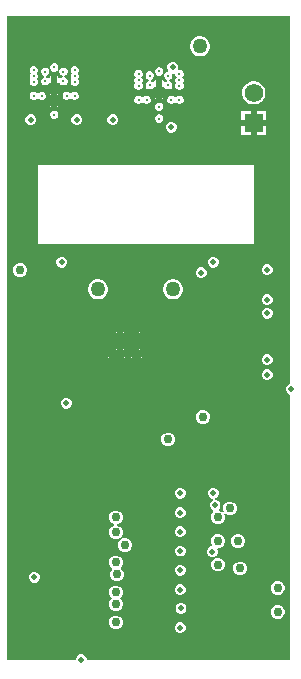
<source format=gbr>
G04*
G04 #@! TF.GenerationSoftware,Altium Limited,Altium Designer,24.9.1 (31)*
G04*
G04 Layer_Physical_Order=2*
G04 Layer_Color=36540*
%FSLAX25Y25*%
%MOIN*%
G70*
G04*
G04 #@! TF.SameCoordinates,0464F855-7F2B-49EB-A455-A8C15B23BB70*
G04*
G04*
G04 #@! TF.FilePolarity,Positive*
G04*
G01*
G75*
%ADD53C,0.01181*%
%ADD54R,0.06181X0.06181*%
%ADD55C,0.06181*%
%ADD64C,0.02953*%
%ADD65C,0.02000*%
%ADD66C,0.05000*%
%ADD67C,0.15748*%
G36*
X194187Y191982D02*
X194144D01*
X193488Y191710D01*
X192985Y191207D01*
X192713Y190550D01*
Y189839D01*
X192985Y189182D01*
X193488Y188679D01*
X194144Y188407D01*
X194187D01*
X194187Y99813D01*
X126287D01*
Y100356D01*
X126015Y101013D01*
X125513Y101515D01*
X124855Y101787D01*
X124144D01*
X123487Y101515D01*
X122985Y101013D01*
X122713Y100356D01*
Y99813D01*
X99813D01*
X99813Y314687D01*
X194187D01*
X194187Y191982D01*
D02*
G37*
%LPC*%
G36*
X164433Y307787D02*
X163567D01*
X162731Y307563D01*
X161981Y307131D01*
X161369Y306519D01*
X160937Y305769D01*
X160713Y304933D01*
Y304067D01*
X160937Y303231D01*
X161369Y302482D01*
X161981Y301869D01*
X162731Y301437D01*
X163567Y301213D01*
X164433D01*
X165269Y301437D01*
X166018Y301869D01*
X166631Y302482D01*
X167063Y303231D01*
X167287Y304067D01*
Y304933D01*
X167063Y305769D01*
X166631Y306519D01*
X166018Y307131D01*
X165269Y307563D01*
X164433Y307787D01*
D02*
G37*
G36*
X115774Y298847D02*
X115226D01*
X114719Y298637D01*
X114332Y298249D01*
X114122Y297743D01*
Y297194D01*
X114332Y296688D01*
X114719Y296300D01*
X115226Y296091D01*
X115774D01*
X116280Y296300D01*
X116668Y296688D01*
X116878Y297194D01*
Y297743D01*
X116668Y298249D01*
X116280Y298637D01*
X115774Y298847D01*
D02*
G37*
G36*
X150703Y297524D02*
X150155D01*
X149649Y297314D01*
X149261Y296926D01*
X149051Y296420D01*
Y295872D01*
X149261Y295365D01*
X149649Y294977D01*
X150155Y294768D01*
X150703D01*
X151210Y294977D01*
X151597Y295365D01*
X151807Y295872D01*
Y296420D01*
X151597Y296926D01*
X151210Y297314D01*
X150703Y297524D01*
D02*
G37*
G36*
X118845Y297429D02*
X118297D01*
X117790Y297219D01*
X117403Y296832D01*
X117193Y296325D01*
Y295777D01*
X117403Y295271D01*
X117790Y294883D01*
X118297Y294673D01*
Y294201D01*
X117790Y293991D01*
X117591Y293791D01*
X117402Y293813D01*
X117047Y293952D01*
X116848Y294432D01*
X116500Y294781D01*
Y293531D01*
Y292282D01*
X116715Y292497D01*
X116777Y292503D01*
X117226Y292408D01*
X117259Y292388D01*
X117403Y292042D01*
X117790Y291655D01*
X118297Y291445D01*
X118845D01*
X119351Y291655D01*
X119739Y292042D01*
X119949Y292549D01*
Y293097D01*
X119739Y293603D01*
X119351Y293991D01*
X118845Y294201D01*
Y294673D01*
X119351Y294883D01*
X119739Y295271D01*
X119949Y295777D01*
Y296325D01*
X119739Y296832D01*
X119351Y297219D01*
X118845Y297429D01*
D02*
G37*
G36*
X112703D02*
X112155D01*
X111649Y297219D01*
X111261Y296832D01*
X111051Y296325D01*
Y295777D01*
X111261Y295271D01*
X111649Y294883D01*
X112155Y294673D01*
Y294201D01*
X111649Y293991D01*
X111261Y293603D01*
X111051Y293097D01*
Y292549D01*
X111261Y292042D01*
X111649Y291655D01*
X112155Y291445D01*
X112703D01*
X113210Y291655D01*
X113597Y292042D01*
X113741Y292388D01*
X113774Y292408D01*
X114223Y292503D01*
X114286Y292497D01*
X114500Y292282D01*
Y293531D01*
Y294781D01*
X114152Y294432D01*
X113953Y293952D01*
X113598Y293813D01*
X113409Y293791D01*
X113210Y293991D01*
X112703Y294201D01*
Y294673D01*
X113210Y294883D01*
X113597Y295271D01*
X113807Y295777D01*
Y296325D01*
X113597Y296832D01*
X113210Y297219D01*
X112703Y297429D01*
D02*
G37*
G36*
X122585Y297980D02*
X122037D01*
X121530Y297771D01*
X121143Y297383D01*
X120933Y296877D01*
Y296328D01*
X121143Y295822D01*
X121347Y295618D01*
X121143Y295414D01*
X120933Y294908D01*
Y294360D01*
X121143Y293853D01*
X121347Y293650D01*
X121143Y293446D01*
X120933Y292939D01*
Y292391D01*
X121143Y291885D01*
X121530Y291497D01*
X122037Y291287D01*
X122585D01*
X123092Y291497D01*
X123479Y291885D01*
X123689Y292391D01*
Y292939D01*
X123479Y293446D01*
X123275Y293650D01*
X123479Y293853D01*
X123689Y294360D01*
Y294908D01*
X123479Y295414D01*
X123275Y295618D01*
X123479Y295822D01*
X123689Y296328D01*
Y296877D01*
X123479Y297383D01*
X123092Y297771D01*
X122585Y297980D01*
D02*
G37*
G36*
X108963D02*
X108415D01*
X107908Y297771D01*
X107521Y297383D01*
X107311Y296877D01*
Y296328D01*
X107521Y295822D01*
X107724Y295618D01*
X107521Y295414D01*
X107311Y294908D01*
Y294360D01*
X107521Y293853D01*
X107724Y293650D01*
X107521Y293446D01*
X107311Y292939D01*
Y292391D01*
X107521Y291885D01*
X107908Y291497D01*
X108415Y291287D01*
X108963D01*
X109469Y291497D01*
X109857Y291885D01*
X110067Y292391D01*
Y292939D01*
X109857Y293446D01*
X109653Y293650D01*
X109857Y293853D01*
X110067Y294360D01*
Y294908D01*
X109857Y295414D01*
X109653Y295618D01*
X109857Y295822D01*
X110067Y296328D01*
Y296877D01*
X109857Y297383D01*
X109469Y297771D01*
X108963Y297980D01*
D02*
G37*
G36*
X147632Y296106D02*
X147084D01*
X146578Y295897D01*
X146190Y295509D01*
X145980Y295002D01*
Y294454D01*
X146190Y293948D01*
X146578Y293560D01*
X147084Y293350D01*
Y292878D01*
X146578Y292668D01*
X146190Y292281D01*
X145980Y291774D01*
Y291226D01*
X146190Y290720D01*
X146578Y290332D01*
X147084Y290122D01*
X147632D01*
X148139Y290332D01*
X148526Y290720D01*
X148670Y291065D01*
X148703Y291085D01*
X149153Y291181D01*
X149215Y291174D01*
X149429Y290959D01*
Y292209D01*
Y293458D01*
X149081Y293110D01*
X148882Y292630D01*
X148527Y292490D01*
X148339Y292468D01*
X148139Y292668D01*
X147632Y292878D01*
Y293350D01*
X148139Y293560D01*
X148526Y293948D01*
X148736Y294454D01*
Y295002D01*
X148526Y295509D01*
X148139Y295897D01*
X147632Y296106D01*
D02*
G37*
G36*
X116500Y290844D02*
Y290595D01*
X116749D01*
X116500Y290844D01*
D02*
G37*
G36*
X114500D02*
X114251Y290595D01*
X114500D01*
Y290844D01*
D02*
G37*
G36*
X155356Y299287D02*
X154645D01*
X153988Y299015D01*
X153485Y298513D01*
X153213Y297855D01*
Y297145D01*
X153436Y296606D01*
X153265Y296200D01*
X153179Y296087D01*
X152719Y295897D01*
X152332Y295509D01*
X152122Y295002D01*
Y294454D01*
X152332Y293948D01*
X152719Y293560D01*
X153226Y293350D01*
Y292878D01*
X152719Y292668D01*
X152520Y292468D01*
X152331Y292490D01*
X151976Y292630D01*
X151778Y293110D01*
X151429Y293458D01*
Y292209D01*
Y290959D01*
X151644Y291174D01*
X151706Y291181D01*
X152155Y291085D01*
X152189Y291065D01*
X152332Y290720D01*
X152719Y290332D01*
X153226Y290122D01*
X153774D01*
X154280Y290332D01*
X154668Y290720D01*
X154878Y291226D01*
Y291774D01*
X154668Y292281D01*
X154280Y292668D01*
X153774Y292878D01*
Y293350D01*
X154280Y293560D01*
X154668Y293948D01*
X154878Y294454D01*
Y295002D01*
X154800Y295191D01*
X155059Y295598D01*
X155464Y295627D01*
X155862Y295263D01*
Y295005D01*
X156072Y294499D01*
X156276Y294295D01*
X156072Y294092D01*
X155862Y293585D01*
Y293037D01*
X156072Y292530D01*
X156276Y292327D01*
X156072Y292123D01*
X155862Y291617D01*
Y291068D01*
X156072Y290562D01*
X156460Y290174D01*
X156966Y289965D01*
X157514D01*
X158021Y290174D01*
X158408Y290562D01*
X158618Y291068D01*
Y291617D01*
X158408Y292123D01*
X158205Y292327D01*
X158408Y292530D01*
X158618Y293037D01*
Y293585D01*
X158408Y294092D01*
X158205Y294295D01*
X158408Y294499D01*
X158618Y295005D01*
Y295554D01*
X158408Y296060D01*
X158021Y296448D01*
X157514Y296657D01*
X157127D01*
X156831Y296989D01*
X156777Y297119D01*
X156787Y297145D01*
Y297855D01*
X156515Y298513D01*
X156012Y299015D01*
X155356Y299287D01*
D02*
G37*
G36*
X143892Y296657D02*
X143344D01*
X142838Y296448D01*
X142450Y296060D01*
X142240Y295554D01*
Y295005D01*
X142450Y294499D01*
X142654Y294295D01*
X142450Y294092D01*
X142240Y293585D01*
Y293037D01*
X142450Y292530D01*
X142654Y292327D01*
X142450Y292123D01*
X142240Y291617D01*
Y291068D01*
X142450Y290562D01*
X142838Y290174D01*
X143344Y289965D01*
X143892D01*
X144399Y290174D01*
X144786Y290562D01*
X144996Y291068D01*
Y291617D01*
X144786Y292123D01*
X144583Y292327D01*
X144786Y292530D01*
X144996Y293037D01*
Y293585D01*
X144786Y294092D01*
X144583Y294295D01*
X144786Y294499D01*
X144996Y295005D01*
Y295554D01*
X144786Y296060D01*
X144399Y296448D01*
X143892Y296657D01*
D02*
G37*
G36*
X151429Y289521D02*
Y289272D01*
X151679D01*
X151429Y289521D01*
D02*
G37*
G36*
X149429D02*
X149180Y289272D01*
X149429D01*
Y289521D01*
D02*
G37*
G36*
X111640Y289319D02*
X111092D01*
X110586Y289109D01*
X110342Y288866D01*
X110029Y288772D01*
X109717Y288866D01*
X109474Y289109D01*
X108967Y289319D01*
X108419D01*
X107912Y289109D01*
X107525Y288721D01*
X107315Y288215D01*
Y287667D01*
X107525Y287160D01*
X107912Y286773D01*
X108419Y286563D01*
X108967D01*
X109474Y286773D01*
X109717Y287016D01*
X110029Y287110D01*
X110342Y287016D01*
X110586Y286773D01*
X111092Y286563D01*
X111640D01*
X112147Y286773D01*
X112534Y287160D01*
X112744Y287667D01*
Y288215D01*
X112534Y288721D01*
X112147Y289109D01*
X111640Y289319D01*
D02*
G37*
G36*
X122581D02*
X122033D01*
X121527Y289109D01*
X121283Y288866D01*
X120970Y288772D01*
X120658Y288866D01*
X120414Y289109D01*
X119908Y289319D01*
X119360D01*
X118853Y289109D01*
X118466Y288721D01*
X118256Y288215D01*
Y287667D01*
X118466Y287160D01*
X118853Y286773D01*
X119360Y286563D01*
X119908D01*
X120414Y286773D01*
X120658Y287016D01*
X120970Y287110D01*
X121283Y287016D01*
X121527Y286773D01*
X122033Y286563D01*
X122581D01*
X123088Y286773D01*
X123475Y287160D01*
X123685Y287667D01*
Y288215D01*
X123475Y288721D01*
X123088Y289109D01*
X122581Y289319D01*
D02*
G37*
G36*
X116749Y288595D02*
X116500D01*
Y288345D01*
X116749Y288595D01*
D02*
G37*
G36*
X114500D02*
X114251D01*
X114500Y288345D01*
Y288595D01*
D02*
G37*
G36*
X157510Y287996D02*
X156962D01*
X156456Y287786D01*
X156212Y287543D01*
X155900Y287449D01*
X155587Y287543D01*
X155343Y287786D01*
X154837Y287996D01*
X154289D01*
X153782Y287786D01*
X153395Y287399D01*
X153185Y286892D01*
Y286344D01*
X153395Y285838D01*
X153782Y285450D01*
X154289Y285240D01*
X154837D01*
X155343Y285450D01*
X155587Y285693D01*
X155900Y285787D01*
X156212Y285693D01*
X156456Y285450D01*
X156962Y285240D01*
X157510D01*
X158017Y285450D01*
X158404Y285838D01*
X158614Y286344D01*
Y286892D01*
X158404Y287399D01*
X158017Y287786D01*
X157510Y287996D01*
D02*
G37*
G36*
X146569D02*
X146021D01*
X145515Y287786D01*
X145272Y287543D01*
X144959Y287449D01*
X144646Y287543D01*
X144403Y287786D01*
X143896Y287996D01*
X143348D01*
X142841Y287786D01*
X142454Y287399D01*
X142244Y286892D01*
Y286344D01*
X142454Y285838D01*
X142841Y285450D01*
X143348Y285240D01*
X143896D01*
X144403Y285450D01*
X144646Y285693D01*
X144959Y285787D01*
X145272Y285693D01*
X145515Y285450D01*
X146021Y285240D01*
X146569D01*
X147076Y285450D01*
X147463Y285838D01*
X147673Y286344D01*
Y286892D01*
X147463Y287399D01*
X147076Y287786D01*
X146569Y287996D01*
D02*
G37*
G36*
X151679Y287272D02*
X151429D01*
Y287022D01*
X151679Y287272D01*
D02*
G37*
G36*
X149429D02*
X149180D01*
X149429Y287022D01*
Y287272D01*
D02*
G37*
G36*
X116500Y286907D02*
Y286658D01*
X116749D01*
X116500Y286907D01*
D02*
G37*
G36*
X114500D02*
X114251Y286658D01*
X114500D01*
Y286907D01*
D02*
G37*
G36*
X182510Y292878D02*
X181490D01*
X180503Y292614D01*
X179619Y292103D01*
X178897Y291381D01*
X178386Y290497D01*
X178122Y289510D01*
Y288490D01*
X178386Y287503D01*
X178897Y286619D01*
X179619Y285897D01*
X180503Y285386D01*
X181490Y285122D01*
X182510D01*
X183497Y285386D01*
X184381Y285897D01*
X185103Y286619D01*
X185614Y287503D01*
X185878Y288490D01*
Y289510D01*
X185614Y290497D01*
X185103Y291381D01*
X184381Y292103D01*
X183497Y292614D01*
X182510Y292878D01*
D02*
G37*
G36*
X116749Y284658D02*
X116500D01*
Y284408D01*
X116749Y284658D01*
D02*
G37*
G36*
X114500D02*
X114251D01*
X114500Y284408D01*
Y284658D01*
D02*
G37*
G36*
X150703Y285713D02*
X150155D01*
X149649Y285503D01*
X149261Y285115D01*
X149051Y284609D01*
Y284061D01*
X149261Y283554D01*
X149649Y283167D01*
X150155Y282957D01*
X150703D01*
X151210Y283167D01*
X151597Y283554D01*
X151807Y284061D01*
Y284609D01*
X151597Y285115D01*
X151210Y285503D01*
X150703Y285713D01*
D02*
G37*
G36*
X115774Y283098D02*
X115226D01*
X114719Y282889D01*
X114332Y282501D01*
X114122Y281995D01*
Y281446D01*
X114332Y280940D01*
X114719Y280552D01*
X115226Y280343D01*
X115774D01*
X116280Y280552D01*
X116668Y280940D01*
X116878Y281446D01*
Y281995D01*
X116668Y282501D01*
X116280Y282889D01*
X115774Y283098D01*
D02*
G37*
G36*
X186091Y283090D02*
X183000D01*
Y280000D01*
X186091D01*
Y283090D01*
D02*
G37*
G36*
X181000D02*
X177909D01*
Y280000D01*
X181000D01*
Y283090D01*
D02*
G37*
G36*
X150703Y281776D02*
X150155D01*
X149649Y281566D01*
X149261Y281178D01*
X149051Y280672D01*
Y280123D01*
X149261Y279617D01*
X149649Y279229D01*
X150155Y279020D01*
X150703D01*
X151210Y279229D01*
X151597Y279617D01*
X151807Y280123D01*
Y280672D01*
X151597Y281178D01*
X151210Y281566D01*
X150703Y281776D01*
D02*
G37*
G36*
X107956Y281858D02*
X107245D01*
X106588Y281586D01*
X106085Y281083D01*
X105813Y280426D01*
Y279715D01*
X106085Y279058D01*
X106588Y278555D01*
X107245Y278283D01*
X107956D01*
X108613Y278555D01*
X109115Y279058D01*
X109387Y279715D01*
Y280426D01*
X109115Y281083D01*
X108613Y281586D01*
X107956Y281858D01*
D02*
G37*
G36*
X135355Y281787D02*
X134644D01*
X133987Y281515D01*
X133485Y281013D01*
X133213Y280356D01*
Y279644D01*
X133485Y278988D01*
X133987Y278485D01*
X134644Y278213D01*
X135355D01*
X136012Y278485D01*
X136515Y278988D01*
X136787Y279644D01*
Y280356D01*
X136515Y281013D01*
X136012Y281515D01*
X135355Y281787D01*
D02*
G37*
G36*
X123355D02*
X122644D01*
X121987Y281515D01*
X121485Y281013D01*
X121213Y280356D01*
Y279644D01*
X121485Y278988D01*
X121987Y278485D01*
X122644Y278213D01*
X123355D01*
X124012Y278485D01*
X124515Y278988D01*
X124787Y279644D01*
Y280356D01*
X124515Y281013D01*
X124012Y281515D01*
X123355Y281787D01*
D02*
G37*
G36*
X154856Y279287D02*
X154145D01*
X153488Y279015D01*
X152985Y278513D01*
X152713Y277855D01*
Y277145D01*
X152985Y276487D01*
X153488Y275985D01*
X154145Y275713D01*
X154856D01*
X155512Y275985D01*
X156015Y276487D01*
X156287Y277145D01*
Y277855D01*
X156015Y278513D01*
X155512Y279015D01*
X154856Y279287D01*
D02*
G37*
G36*
X186091Y278000D02*
X183000D01*
Y274909D01*
X186091D01*
Y278000D01*
D02*
G37*
G36*
X181000D02*
X177909D01*
Y274909D01*
X181000D01*
Y278000D01*
D02*
G37*
G36*
X182000Y265000D02*
X110000D01*
Y238500D01*
X182000D01*
Y265000D01*
D02*
G37*
G36*
X168856Y234287D02*
X168145D01*
X167488Y234015D01*
X166985Y233512D01*
X166713Y232856D01*
Y232144D01*
X166985Y231487D01*
X167488Y230985D01*
X168145Y230713D01*
X168856D01*
X169512Y230985D01*
X170015Y231487D01*
X170287Y232144D01*
Y232856D01*
X170015Y233512D01*
X169512Y234015D01*
X168856Y234287D01*
D02*
G37*
G36*
X118356D02*
X117645D01*
X116988Y234015D01*
X116485Y233512D01*
X116213Y232856D01*
Y232144D01*
X116485Y231487D01*
X116988Y230985D01*
X117645Y230713D01*
X118356D01*
X119012Y230985D01*
X119515Y231487D01*
X119787Y232144D01*
Y232856D01*
X119515Y233512D01*
X119012Y234015D01*
X118356Y234287D01*
D02*
G37*
G36*
X186855Y231787D02*
X186144D01*
X185487Y231515D01*
X184985Y231013D01*
X184713Y230356D01*
Y229644D01*
X184985Y228988D01*
X185487Y228485D01*
X186144Y228213D01*
X186855D01*
X187513Y228485D01*
X188015Y228988D01*
X188287Y229644D01*
Y230356D01*
X188015Y231013D01*
X187513Y231515D01*
X186855Y231787D01*
D02*
G37*
G36*
X104608Y232176D02*
X103707D01*
X102875Y231832D01*
X102238Y231195D01*
X101894Y230363D01*
Y229462D01*
X102238Y228630D01*
X102875Y227993D01*
X103707Y227649D01*
X104608D01*
X105440Y227993D01*
X106077Y228630D01*
X106421Y229462D01*
Y230363D01*
X106077Y231195D01*
X105440Y231832D01*
X104608Y232176D01*
D02*
G37*
G36*
X164856Y230787D02*
X164145D01*
X163488Y230515D01*
X162985Y230012D01*
X162713Y229356D01*
Y228644D01*
X162985Y227988D01*
X163488Y227485D01*
X164145Y227213D01*
X164856D01*
X165513Y227485D01*
X166015Y227988D01*
X166287Y228644D01*
Y229356D01*
X166015Y230012D01*
X165513Y230515D01*
X164856Y230787D01*
D02*
G37*
G36*
X155523Y226787D02*
X154658D01*
X153822Y226563D01*
X153072Y226131D01*
X152460Y225518D01*
X152027Y224769D01*
X151803Y223933D01*
Y223067D01*
X152027Y222231D01*
X152460Y221481D01*
X153072Y220869D01*
X153822Y220437D01*
X154658Y220213D01*
X155523D01*
X156360Y220437D01*
X157109Y220869D01*
X157721Y221481D01*
X158154Y222231D01*
X158378Y223067D01*
Y223933D01*
X158154Y224769D01*
X157721Y225518D01*
X157109Y226131D01*
X156360Y226563D01*
X155523Y226787D01*
D02*
G37*
G36*
X130433D02*
X129567D01*
X128731Y226563D01*
X127981Y226131D01*
X127369Y225518D01*
X126937Y224769D01*
X126713Y223933D01*
Y223067D01*
X126937Y222231D01*
X127369Y221481D01*
X127981Y220869D01*
X128731Y220437D01*
X129567Y220213D01*
X130433D01*
X131269Y220437D01*
X132018Y220869D01*
X132631Y221481D01*
X133063Y222231D01*
X133287Y223067D01*
Y223933D01*
X133063Y224769D01*
X132631Y225518D01*
X132018Y226131D01*
X131269Y226563D01*
X130433Y226787D01*
D02*
G37*
G36*
X186855Y221787D02*
X186144D01*
X185487Y221515D01*
X184985Y221012D01*
X184713Y220356D01*
Y219644D01*
X184985Y218987D01*
X185487Y218485D01*
X186144Y218213D01*
X186855D01*
X187513Y218485D01*
X188015Y218987D01*
X188287Y219644D01*
Y220356D01*
X188015Y221012D01*
X187513Y221515D01*
X186855Y221787D01*
D02*
G37*
G36*
Y217287D02*
X186144D01*
X185487Y217015D01*
X184985Y216512D01*
X184713Y215856D01*
Y215144D01*
X184985Y214488D01*
X185487Y213985D01*
X186144Y213713D01*
X186855D01*
X187513Y213985D01*
X188015Y214488D01*
X188287Y215144D01*
Y215856D01*
X188015Y216512D01*
X187513Y217015D01*
X186855Y217287D01*
D02*
G37*
G36*
X143902Y211368D02*
Y211118D01*
X144151D01*
X143902Y211368D01*
D02*
G37*
G36*
X141902D02*
X141652Y211118D01*
X141902D01*
Y211368D01*
D02*
G37*
G36*
X138390D02*
Y211118D01*
X138639D01*
X138390Y211368D01*
D02*
G37*
G36*
X136390D02*
X136140Y211118D01*
X136390D01*
Y211368D01*
D02*
G37*
G36*
X144151Y209118D02*
X143902D01*
Y208869D01*
X144151Y209118D01*
D02*
G37*
G36*
X141902D02*
X141652D01*
X141902Y208869D01*
Y209118D01*
D02*
G37*
G36*
X138639D02*
X138390D01*
Y208869D01*
X138639Y209118D01*
D02*
G37*
G36*
X136390D02*
X136140D01*
X136390Y208869D01*
Y209118D01*
D02*
G37*
G36*
X146657Y208612D02*
Y208362D01*
X146907D01*
X146657Y208612D01*
D02*
G37*
G36*
X144657D02*
X144408Y208362D01*
X144657D01*
Y208612D01*
D02*
G37*
G36*
X141146D02*
Y208362D01*
X141395D01*
X141146Y208612D01*
D02*
G37*
G36*
X139146D02*
X138896Y208362D01*
X139146D01*
Y208612D01*
D02*
G37*
G36*
X135634D02*
Y208362D01*
X135883D01*
X135634Y208612D01*
D02*
G37*
G36*
X133634D02*
X133384Y208362D01*
X133634D01*
Y208612D01*
D02*
G37*
G36*
X146907Y206362D02*
X146657D01*
Y206113D01*
X146907Y206362D01*
D02*
G37*
G36*
X144657D02*
X144408D01*
X144657Y206113D01*
Y206362D01*
D02*
G37*
G36*
X141395D02*
X141146D01*
Y206113D01*
X141395Y206362D01*
D02*
G37*
G36*
X139146D02*
X138896D01*
X139146Y206113D01*
Y206362D01*
D02*
G37*
G36*
X135883D02*
X135634D01*
Y206113D01*
X135883Y206362D01*
D02*
G37*
G36*
X133634D02*
X133384D01*
X133634Y206113D01*
Y206362D01*
D02*
G37*
G36*
X143902Y205856D02*
Y205606D01*
X144151D01*
X143902Y205856D01*
D02*
G37*
G36*
X141902D02*
X141652Y205606D01*
X141902D01*
Y205856D01*
D02*
G37*
G36*
X138390D02*
Y205606D01*
X138639D01*
X138390Y205856D01*
D02*
G37*
G36*
X136390D02*
X136140Y205606D01*
X136390D01*
Y205856D01*
D02*
G37*
G36*
X144151Y203606D02*
X143902D01*
Y203357D01*
X144151Y203606D01*
D02*
G37*
G36*
X141902D02*
X141652D01*
X141902Y203357D01*
Y203606D01*
D02*
G37*
G36*
X138639D02*
X138390D01*
Y203357D01*
X138639Y203606D01*
D02*
G37*
G36*
X136390D02*
X136140D01*
X136390Y203357D01*
Y203606D01*
D02*
G37*
G36*
X146657Y203100D02*
Y202850D01*
X146907D01*
X146657Y203100D01*
D02*
G37*
G36*
X144657D02*
X144408Y202850D01*
X144657D01*
Y203100D01*
D02*
G37*
G36*
X141146D02*
Y202850D01*
X141395D01*
X141146Y203100D01*
D02*
G37*
G36*
X139146D02*
X138896Y202850D01*
X139146D01*
Y203100D01*
D02*
G37*
G36*
X135634D02*
Y202850D01*
X135883D01*
X135634Y203100D01*
D02*
G37*
G36*
X133634D02*
X133384Y202850D01*
X133634D01*
Y203100D01*
D02*
G37*
G36*
X146907Y200850D02*
X146657D01*
Y200601D01*
X146907Y200850D01*
D02*
G37*
G36*
X144657D02*
X144408D01*
X144657Y200601D01*
Y200850D01*
D02*
G37*
G36*
X141395D02*
X141146D01*
Y200601D01*
X141395Y200850D01*
D02*
G37*
G36*
X139146D02*
X138896D01*
X139146Y200601D01*
Y200850D01*
D02*
G37*
G36*
X135883D02*
X135634D01*
Y200601D01*
X135883Y200850D01*
D02*
G37*
G36*
X133634D02*
X133384D01*
X133634Y200601D01*
Y200850D01*
D02*
G37*
G36*
X143902Y200344D02*
Y200094D01*
X144151D01*
X143902Y200344D01*
D02*
G37*
G36*
X141902D02*
X141652Y200094D01*
X141902D01*
Y200344D01*
D02*
G37*
G36*
X138390D02*
Y200094D01*
X138639D01*
X138390Y200344D01*
D02*
G37*
G36*
X136390D02*
X136140Y200094D01*
X136390D01*
Y200344D01*
D02*
G37*
G36*
X186855Y201787D02*
X186144D01*
X185487Y201515D01*
X184985Y201012D01*
X184713Y200356D01*
Y199644D01*
X184985Y198987D01*
X185487Y198485D01*
X186144Y198213D01*
X186855D01*
X187513Y198485D01*
X188015Y198987D01*
X188287Y199644D01*
Y200356D01*
X188015Y201012D01*
X187513Y201515D01*
X186855Y201787D01*
D02*
G37*
G36*
X144151Y198094D02*
X143902D01*
Y197845D01*
X144151Y198094D01*
D02*
G37*
G36*
X141902D02*
X141652D01*
X141902Y197845D01*
Y198094D01*
D02*
G37*
G36*
X138639D02*
X138390D01*
Y197845D01*
X138639Y198094D01*
D02*
G37*
G36*
X136390D02*
X136140D01*
X136390Y197845D01*
Y198094D01*
D02*
G37*
G36*
X186855Y196787D02*
X186144D01*
X185487Y196515D01*
X184985Y196012D01*
X184713Y195355D01*
Y194644D01*
X184985Y193988D01*
X185487Y193485D01*
X186144Y193213D01*
X186855D01*
X187513Y193485D01*
X188015Y193988D01*
X188287Y194644D01*
Y195355D01*
X188015Y196012D01*
X187513Y196515D01*
X186855Y196787D01*
D02*
G37*
G36*
X119855Y187287D02*
X119144D01*
X118488Y187015D01*
X117985Y186512D01*
X117713Y185855D01*
Y185144D01*
X117985Y184487D01*
X118488Y183985D01*
X119144Y183713D01*
X119855D01*
X120512Y183985D01*
X121015Y184487D01*
X121287Y185144D01*
Y185855D01*
X121015Y186512D01*
X120512Y187015D01*
X119855Y187287D01*
D02*
G37*
G36*
X165450Y183264D02*
X164550D01*
X163718Y182919D01*
X163081Y182282D01*
X162736Y181450D01*
Y180550D01*
X163081Y179718D01*
X163718Y179081D01*
X164550Y178736D01*
X165450D01*
X166282Y179081D01*
X166919Y179718D01*
X167264Y180550D01*
Y181450D01*
X166919Y182282D01*
X166282Y182919D01*
X165450Y183264D01*
D02*
G37*
G36*
X153950Y175764D02*
X153050D01*
X152218Y175419D01*
X151581Y174782D01*
X151236Y173950D01*
Y173050D01*
X151581Y172218D01*
X152218Y171581D01*
X153050Y171236D01*
X153950D01*
X154782Y171581D01*
X155419Y172218D01*
X155764Y173050D01*
Y173950D01*
X155419Y174782D01*
X154782Y175419D01*
X153950Y175764D01*
D02*
G37*
G36*
X157855Y157287D02*
X157144D01*
X156488Y157015D01*
X155985Y156512D01*
X155713Y155856D01*
Y155145D01*
X155985Y154488D01*
X156488Y153985D01*
X157144Y153713D01*
X157855D01*
X158512Y153985D01*
X159015Y154488D01*
X159287Y155145D01*
Y155856D01*
X159015Y156512D01*
X158512Y157015D01*
X157855Y157287D01*
D02*
G37*
G36*
X168856D02*
X168145D01*
X167488Y157015D01*
X166985Y156512D01*
X166713Y155856D01*
Y155145D01*
X166985Y154488D01*
X167488Y153985D01*
X168145Y153713D01*
X168465D01*
X168565Y153213D01*
X168088Y153015D01*
X167586Y152513D01*
X167314Y151856D01*
Y151145D01*
X167586Y150487D01*
X168088Y149985D01*
X168474Y149825D01*
X168489Y149800D01*
X168553Y149251D01*
X168081Y148778D01*
X167736Y147947D01*
Y147046D01*
X168081Y146214D01*
X168718Y145577D01*
X169550Y145232D01*
X170450D01*
X171282Y145577D01*
X171919Y146214D01*
X172264Y147046D01*
Y147947D01*
X171994Y148597D01*
X172418Y148880D01*
X172718Y148581D01*
X173550Y148236D01*
X174450D01*
X175282Y148581D01*
X175919Y149218D01*
X176264Y150050D01*
Y150950D01*
X175919Y151782D01*
X175282Y152419D01*
X174450Y152764D01*
X173550D01*
X172718Y152419D01*
X172081Y151782D01*
X171736Y150950D01*
Y150050D01*
X172006Y149399D01*
X171582Y149116D01*
X171282Y149415D01*
X170553Y149717D01*
X170412Y150068D01*
X170389Y150260D01*
X170616Y150487D01*
X170888Y151145D01*
Y151856D01*
X170616Y152513D01*
X170114Y153015D01*
X169457Y153287D01*
X169136D01*
X169036Y153787D01*
X169512Y153985D01*
X170015Y154488D01*
X170287Y155145D01*
Y155856D01*
X170015Y156512D01*
X169512Y157015D01*
X168856Y157287D01*
D02*
G37*
G36*
X157855Y150871D02*
X157144D01*
X156488Y150599D01*
X155985Y150096D01*
X155713Y149439D01*
Y148728D01*
X155985Y148071D01*
X156488Y147568D01*
X157144Y147296D01*
X157855D01*
X158512Y147568D01*
X159015Y148071D01*
X159287Y148728D01*
Y149439D01*
X159015Y150096D01*
X158512Y150599D01*
X157855Y150871D01*
D02*
G37*
G36*
Y144454D02*
X157144D01*
X156488Y144182D01*
X155985Y143679D01*
X155713Y143022D01*
Y142311D01*
X155985Y141654D01*
X156488Y141151D01*
X157144Y140879D01*
X157855D01*
X158512Y141151D01*
X159015Y141654D01*
X159287Y142311D01*
Y143022D01*
X159015Y143679D01*
X158512Y144182D01*
X157855Y144454D01*
D02*
G37*
G36*
X136450Y149764D02*
X135550D01*
X134718Y149419D01*
X134081Y148782D01*
X133736Y147950D01*
Y147050D01*
X134081Y146218D01*
X134718Y145581D01*
X135550Y145236D01*
Y144764D01*
X134718Y144419D01*
X134081Y143782D01*
X133736Y142950D01*
Y142050D01*
X134081Y141218D01*
X134718Y140581D01*
X135550Y140236D01*
X136450D01*
X137282Y140581D01*
X137919Y141218D01*
X138264Y142050D01*
Y142950D01*
X137919Y143782D01*
X137282Y144419D01*
X136450Y144764D01*
Y145236D01*
X137282Y145581D01*
X137919Y146218D01*
X138264Y147050D01*
Y147950D01*
X137919Y148782D01*
X137282Y149419D01*
X136450Y149764D01*
D02*
G37*
G36*
X177222Y141886D02*
X176321D01*
X175489Y141541D01*
X174853Y140904D01*
X174508Y140073D01*
Y139172D01*
X174853Y138340D01*
X175489Y137703D01*
X176321Y137358D01*
X177222D01*
X178054Y137703D01*
X178691Y138340D01*
X179035Y139172D01*
Y140073D01*
X178691Y140904D01*
X178054Y141541D01*
X177222Y141886D01*
D02*
G37*
G36*
X139450Y140490D02*
X138550D01*
X137718Y140146D01*
X137081Y139509D01*
X136736Y138677D01*
Y137776D01*
X137081Y136944D01*
X137718Y136307D01*
X138550Y135963D01*
X139450D01*
X140282Y136307D01*
X140919Y136944D01*
X141264Y137776D01*
Y138677D01*
X140919Y139509D01*
X140282Y140146D01*
X139450Y140490D01*
D02*
G37*
G36*
X157855Y138037D02*
X157144D01*
X156488Y137765D01*
X155985Y137262D01*
X155713Y136606D01*
Y135895D01*
X155985Y135238D01*
X156488Y134735D01*
X157144Y134463D01*
X157855D01*
X158512Y134735D01*
X159015Y135238D01*
X159287Y135895D01*
Y136606D01*
X159015Y137262D01*
X158512Y137765D01*
X157855Y138037D01*
D02*
G37*
G36*
X170450Y141886D02*
X169550D01*
X168718Y141541D01*
X168081Y140904D01*
X167736Y140073D01*
Y139172D01*
X168081Y138340D01*
X168133Y138287D01*
X167926Y137787D01*
X167885D01*
X167228Y137515D01*
X166725Y137013D01*
X166453Y136355D01*
Y135644D01*
X166725Y134987D01*
X167228Y134485D01*
X167885Y134213D01*
X168596D01*
X169253Y134485D01*
X169755Y134987D01*
X170028Y135644D01*
Y136355D01*
X169819Y136858D01*
X170019Y137268D01*
X170112Y137358D01*
X170450D01*
X171282Y137703D01*
X171919Y138340D01*
X172264Y139172D01*
Y140073D01*
X171919Y140904D01*
X171282Y141541D01*
X170450Y141886D01*
D02*
G37*
G36*
Y134012D02*
X169550D01*
X168718Y133667D01*
X168081Y133030D01*
X167736Y132198D01*
Y131298D01*
X168081Y130466D01*
X168718Y129829D01*
X169550Y129484D01*
X170450D01*
X171282Y129829D01*
X171919Y130466D01*
X172264Y131298D01*
Y132198D01*
X171919Y133030D01*
X171282Y133667D01*
X170450Y134012D01*
D02*
G37*
G36*
X177950Y132764D02*
X177050D01*
X176218Y132419D01*
X175581Y131782D01*
X175236Y130950D01*
Y130050D01*
X175581Y129218D01*
X176218Y128581D01*
X177050Y128236D01*
X177950D01*
X178782Y128581D01*
X179419Y129218D01*
X179764Y130050D01*
Y130950D01*
X179419Y131782D01*
X178782Y132419D01*
X177950Y132764D01*
D02*
G37*
G36*
X157855Y131621D02*
X157144D01*
X156488Y131349D01*
X155985Y130846D01*
X155713Y130189D01*
Y129478D01*
X155985Y128821D01*
X156488Y128318D01*
X157144Y128046D01*
X157855D01*
X158512Y128318D01*
X159015Y128821D01*
X159287Y129478D01*
Y130189D01*
X159015Y130846D01*
X158512Y131349D01*
X157855Y131621D01*
D02*
G37*
G36*
X136450Y134764D02*
X135550D01*
X134718Y134419D01*
X134081Y133782D01*
X133736Y132950D01*
Y132050D01*
X134081Y131218D01*
X134718Y130581D01*
X134823Y129996D01*
X134563Y129735D01*
X134218Y128903D01*
Y128003D01*
X134563Y127171D01*
X135199Y126534D01*
X136031Y126189D01*
X136932D01*
X137764Y126534D01*
X138401Y127171D01*
X138746Y128003D01*
Y128903D01*
X138401Y129735D01*
X137764Y130372D01*
X137658Y130957D01*
X137919Y131218D01*
X138264Y132050D01*
Y132950D01*
X137919Y133782D01*
X137282Y134419D01*
X136450Y134764D01*
D02*
G37*
G36*
X109256Y129287D02*
X108544D01*
X107887Y129015D01*
X107385Y128513D01*
X107113Y127856D01*
Y127145D01*
X107385Y126488D01*
X107887Y125985D01*
X108544Y125713D01*
X109256D01*
X109913Y125985D01*
X110415Y126488D01*
X110687Y127145D01*
Y127856D01*
X110415Y128513D01*
X109913Y129015D01*
X109256Y129287D01*
D02*
G37*
G36*
X190443Y126201D02*
X189542D01*
X188710Y125856D01*
X188074Y125219D01*
X187729Y124387D01*
Y123487D01*
X188074Y122655D01*
X188710Y122018D01*
X189542Y121673D01*
X190443D01*
X191275Y122018D01*
X191912Y122655D01*
X192256Y123487D01*
Y124387D01*
X191912Y125219D01*
X191275Y125856D01*
X190443Y126201D01*
D02*
G37*
G36*
X157855Y125204D02*
X157144D01*
X156488Y124932D01*
X155985Y124429D01*
X155713Y123772D01*
Y123061D01*
X155985Y122404D01*
X156488Y121902D01*
X157144Y121629D01*
X157855D01*
X158512Y121902D01*
X159015Y122404D01*
X159287Y123061D01*
Y123772D01*
X159015Y124429D01*
X158512Y124932D01*
X157855Y125204D01*
D02*
G37*
G36*
X136450Y124764D02*
X135550D01*
X134718Y124419D01*
X134081Y123782D01*
X133736Y122950D01*
Y122050D01*
X134081Y121218D01*
X134520Y120778D01*
X134718Y120581D01*
X134520Y120125D01*
X134236Y119841D01*
X133891Y119009D01*
Y118108D01*
X134236Y117276D01*
X134873Y116639D01*
X135705Y116294D01*
X136606D01*
X137437Y116639D01*
X138074Y117276D01*
X138419Y118108D01*
Y119009D01*
X138074Y119841D01*
X137635Y120280D01*
X137437Y120477D01*
X137635Y120933D01*
X137919Y121218D01*
X138264Y122050D01*
Y122950D01*
X137919Y123782D01*
X137282Y124419D01*
X136450Y124764D01*
D02*
G37*
G36*
X158115Y118955D02*
X157404D01*
X156747Y118683D01*
X156245Y118181D01*
X155972Y117524D01*
Y116813D01*
X156245Y116156D01*
X156747Y115653D01*
X157404Y115381D01*
X158115D01*
X158772Y115653D01*
X159275Y116156D01*
X159547Y116813D01*
Y117524D01*
X159275Y118181D01*
X158772Y118683D01*
X158115Y118955D01*
D02*
G37*
G36*
X190443Y118264D02*
X189542D01*
X188710Y117919D01*
X188074Y117282D01*
X187729Y116450D01*
Y115550D01*
X188074Y114718D01*
X188710Y114081D01*
X189542Y113736D01*
X190443D01*
X191275Y114081D01*
X191912Y114718D01*
X192256Y115550D01*
Y116450D01*
X191912Y117282D01*
X191275Y117919D01*
X190443Y118264D01*
D02*
G37*
G36*
X136450Y114764D02*
X135550D01*
X134718Y114419D01*
X134081Y113782D01*
X133736Y112950D01*
Y112050D01*
X134081Y111218D01*
X134718Y110581D01*
X135550Y110236D01*
X136450D01*
X137282Y110581D01*
X137919Y111218D01*
X138264Y112050D01*
Y112950D01*
X137919Y113782D01*
X137282Y114419D01*
X136450Y114764D01*
D02*
G37*
G36*
X157855Y112537D02*
X157144D01*
X156488Y112265D01*
X155985Y111762D01*
X155713Y111106D01*
Y110395D01*
X155985Y109738D01*
X156488Y109235D01*
X157144Y108963D01*
X157855D01*
X158512Y109235D01*
X159015Y109738D01*
X159287Y110395D01*
Y111106D01*
X159015Y111762D01*
X158512Y112265D01*
X157855Y112537D01*
D02*
G37*
%LPD*%
D53*
X157236Y286618D02*
D03*
X154563D02*
D03*
X150429Y280398D02*
D03*
Y284335D02*
D03*
Y288272D02*
D03*
Y292209D02*
D03*
Y296146D02*
D03*
X157240Y291342D02*
D03*
Y293311D02*
D03*
Y295280D02*
D03*
X153500Y291500D02*
D03*
Y294728D02*
D03*
X143622Y286618D02*
D03*
X146295D02*
D03*
X143618Y291342D02*
D03*
Y293311D02*
D03*
Y295280D02*
D03*
X147358Y291500D02*
D03*
Y294728D02*
D03*
X122307Y287941D02*
D03*
X119634D02*
D03*
X115500Y281720D02*
D03*
Y285658D02*
D03*
Y289595D02*
D03*
Y293531D02*
D03*
Y297468D02*
D03*
X122311Y292665D02*
D03*
Y294634D02*
D03*
Y296602D02*
D03*
X118571Y292823D02*
D03*
Y296051D02*
D03*
X108693Y287941D02*
D03*
X111366D02*
D03*
X108689Y292665D02*
D03*
Y294634D02*
D03*
Y296602D02*
D03*
X112429Y292823D02*
D03*
Y296051D02*
D03*
X142902Y199094D02*
D03*
X137390D02*
D03*
X145657Y201850D02*
D03*
X140146D02*
D03*
X134634D02*
D03*
X142902Y204606D02*
D03*
X137390D02*
D03*
X145657Y207362D02*
D03*
X140146D02*
D03*
X134634D02*
D03*
X142902Y210118D02*
D03*
X137390D02*
D03*
D54*
X182000Y279000D02*
D03*
D55*
Y289000D02*
D03*
D64*
X104158Y229913D02*
D03*
X174000Y150500D02*
D03*
X176772Y139622D02*
D03*
X170000D02*
D03*
Y147496D02*
D03*
X177500Y130500D02*
D03*
X170000Y131748D02*
D03*
X189993Y123937D02*
D03*
X136155Y118558D02*
D03*
X136482Y128453D02*
D03*
X153500Y173500D02*
D03*
X165000Y181000D02*
D03*
X136000Y132500D02*
D03*
X139000Y138226D02*
D03*
X189993Y116000D02*
D03*
X136000Y112500D02*
D03*
Y122500D02*
D03*
Y142500D02*
D03*
Y147500D02*
D03*
D65*
X168240Y136000D02*
D03*
X155000Y297500D02*
D03*
X154500Y277500D02*
D03*
X157500Y110750D02*
D03*
X157760Y117168D02*
D03*
X157500Y123417D02*
D03*
X108900Y127500D02*
D03*
X135000Y280000D02*
D03*
X107600Y280071D02*
D03*
X123000Y280000D02*
D03*
X118000Y232500D02*
D03*
X186500Y200000D02*
D03*
X119500Y185500D02*
D03*
X186500Y215500D02*
D03*
Y220000D02*
D03*
X124500Y100000D02*
D03*
X157500Y155500D02*
D03*
Y136250D02*
D03*
Y142667D02*
D03*
X168500Y155500D02*
D03*
X164500Y229000D02*
D03*
X157500Y129833D02*
D03*
X168500Y232500D02*
D03*
X186500Y230000D02*
D03*
X194500Y190194D02*
D03*
X186500Y195000D02*
D03*
X169101Y151500D02*
D03*
X157500Y149083D02*
D03*
D66*
X164000Y304500D02*
D03*
X155091Y223500D02*
D03*
X130000D02*
D03*
D67*
X184000Y306500D02*
D03*
M02*

</source>
